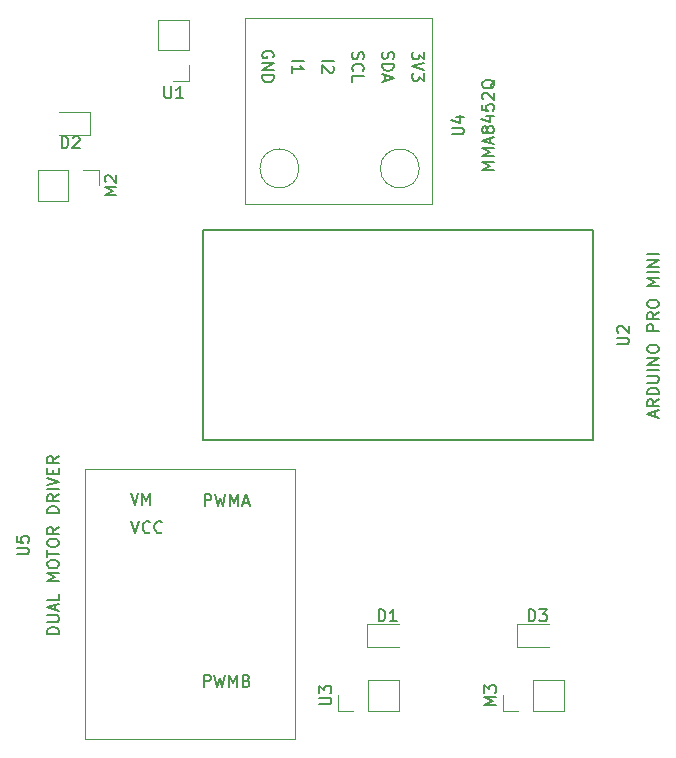
<source format=gbr>
%TF.GenerationSoftware,KiCad,Pcbnew,(6.0.1)*%
%TF.CreationDate,2022-05-11T20:09:52-07:00*%
%TF.ProjectId,BlackberryJam_pcb,426c6163-6b62-4657-9272-794a616d5f70,rev?*%
%TF.SameCoordinates,Original*%
%TF.FileFunction,Legend,Top*%
%TF.FilePolarity,Positive*%
%FSLAX46Y46*%
G04 Gerber Fmt 4.6, Leading zero omitted, Abs format (unit mm)*
G04 Created by KiCad (PCBNEW (6.0.1)) date 2022-05-11 20:09:52*
%MOMM*%
%LPD*%
G01*
G04 APERTURE LIST*
%ADD10C,0.150000*%
%ADD11C,0.120000*%
%ADD12C,0.127000*%
G04 APERTURE END LIST*
D10*
%TO.C,U1*%
X15748095Y-9402380D02*
X15748095Y-10211904D01*
X15795714Y-10307142D01*
X15843333Y-10354761D01*
X15938571Y-10402380D01*
X16129047Y-10402380D01*
X16224285Y-10354761D01*
X16271904Y-10307142D01*
X16319523Y-10211904D01*
X16319523Y-9402380D01*
X17319523Y-10402380D02*
X16748095Y-10402380D01*
X17033809Y-10402380D02*
X17033809Y-9402380D01*
X16938571Y-9545238D01*
X16843333Y-9640476D01*
X16748095Y-9688095D01*
%TO.C,U4*%
X40092380Y-13461904D02*
X40901904Y-13461904D01*
X40997142Y-13414285D01*
X41044761Y-13366666D01*
X41092380Y-13271428D01*
X41092380Y-13080952D01*
X41044761Y-12985714D01*
X40997142Y-12938095D01*
X40901904Y-12890476D01*
X40092380Y-12890476D01*
X40425714Y-11985714D02*
X41092380Y-11985714D01*
X40044761Y-12223809D02*
X40759047Y-12461904D01*
X40759047Y-11842857D01*
X43632380Y-16461904D02*
X42632380Y-16461904D01*
X43346666Y-16128571D01*
X42632380Y-15795238D01*
X43632380Y-15795238D01*
X43632380Y-15319047D02*
X42632380Y-15319047D01*
X43346666Y-14985714D01*
X42632380Y-14652380D01*
X43632380Y-14652380D01*
X43346666Y-14223809D02*
X43346666Y-13747619D01*
X43632380Y-14319047D02*
X42632380Y-13985714D01*
X43632380Y-13652380D01*
X43060952Y-13176190D02*
X43013333Y-13271428D01*
X42965714Y-13319047D01*
X42870476Y-13366666D01*
X42822857Y-13366666D01*
X42727619Y-13319047D01*
X42680000Y-13271428D01*
X42632380Y-13176190D01*
X42632380Y-12985714D01*
X42680000Y-12890476D01*
X42727619Y-12842857D01*
X42822857Y-12795238D01*
X42870476Y-12795238D01*
X42965714Y-12842857D01*
X43013333Y-12890476D01*
X43060952Y-12985714D01*
X43060952Y-13176190D01*
X43108571Y-13271428D01*
X43156190Y-13319047D01*
X43251428Y-13366666D01*
X43441904Y-13366666D01*
X43537142Y-13319047D01*
X43584761Y-13271428D01*
X43632380Y-13176190D01*
X43632380Y-12985714D01*
X43584761Y-12890476D01*
X43537142Y-12842857D01*
X43441904Y-12795238D01*
X43251428Y-12795238D01*
X43156190Y-12842857D01*
X43108571Y-12890476D01*
X43060952Y-12985714D01*
X42965714Y-11938095D02*
X43632380Y-11938095D01*
X42584761Y-12176190D02*
X43299047Y-12414285D01*
X43299047Y-11795238D01*
X42632380Y-10938095D02*
X42632380Y-11414285D01*
X43108571Y-11461904D01*
X43060952Y-11414285D01*
X43013333Y-11319047D01*
X43013333Y-11080952D01*
X43060952Y-10985714D01*
X43108571Y-10938095D01*
X43203809Y-10890476D01*
X43441904Y-10890476D01*
X43537142Y-10938095D01*
X43584761Y-10985714D01*
X43632380Y-11080952D01*
X43632380Y-11319047D01*
X43584761Y-11414285D01*
X43537142Y-11461904D01*
X42727619Y-10509523D02*
X42680000Y-10461904D01*
X42632380Y-10366666D01*
X42632380Y-10128571D01*
X42680000Y-10033333D01*
X42727619Y-9985714D01*
X42822857Y-9938095D01*
X42918095Y-9938095D01*
X43060952Y-9985714D01*
X43632380Y-10557142D01*
X43632380Y-9938095D01*
X43727619Y-8842857D02*
X43680000Y-8938095D01*
X43584761Y-9033333D01*
X43441904Y-9176190D01*
X43394285Y-9271428D01*
X43394285Y-9366666D01*
X43632380Y-9319047D02*
X43584761Y-9414285D01*
X43489523Y-9509523D01*
X43299047Y-9557142D01*
X42965714Y-9557142D01*
X42775238Y-9509523D01*
X42680000Y-9414285D01*
X42632380Y-9319047D01*
X42632380Y-9128571D01*
X42680000Y-9033333D01*
X42775238Y-8938095D01*
X42965714Y-8890476D01*
X43299047Y-8890476D01*
X43489523Y-8938095D01*
X43584761Y-9033333D01*
X43632380Y-9128571D01*
X43632380Y-9319047D01*
X29087619Y-7237809D02*
X30087619Y-7237809D01*
X29992380Y-7666380D02*
X30040000Y-7714000D01*
X30087619Y-7809238D01*
X30087619Y-8047333D01*
X30040000Y-8142571D01*
X29992380Y-8190190D01*
X29897142Y-8237809D01*
X29801904Y-8237809D01*
X29659047Y-8190190D01*
X29087619Y-7618761D01*
X29087619Y-8237809D01*
X37707619Y-6475904D02*
X37707619Y-7094952D01*
X37326666Y-6761619D01*
X37326666Y-6904476D01*
X37279047Y-6999714D01*
X37231428Y-7047333D01*
X37136190Y-7094952D01*
X36898095Y-7094952D01*
X36802857Y-7047333D01*
X36755238Y-6999714D01*
X36707619Y-6904476D01*
X36707619Y-6618761D01*
X36755238Y-6523523D01*
X36802857Y-6475904D01*
X37707619Y-7380666D02*
X36707619Y-7714000D01*
X37707619Y-8047333D01*
X37707619Y-8285428D02*
X37707619Y-8904476D01*
X37326666Y-8571142D01*
X37326666Y-8714000D01*
X37279047Y-8809238D01*
X37231428Y-8856857D01*
X37136190Y-8904476D01*
X36898095Y-8904476D01*
X36802857Y-8856857D01*
X36755238Y-8809238D01*
X36707619Y-8714000D01*
X36707619Y-8428285D01*
X36755238Y-8333047D01*
X36802857Y-8285428D01*
X31675238Y-6523523D02*
X31627619Y-6666380D01*
X31627619Y-6904476D01*
X31675238Y-6999714D01*
X31722857Y-7047333D01*
X31818095Y-7094952D01*
X31913333Y-7094952D01*
X32008571Y-7047333D01*
X32056190Y-6999714D01*
X32103809Y-6904476D01*
X32151428Y-6714000D01*
X32199047Y-6618761D01*
X32246666Y-6571142D01*
X32341904Y-6523523D01*
X32437142Y-6523523D01*
X32532380Y-6571142D01*
X32580000Y-6618761D01*
X32627619Y-6714000D01*
X32627619Y-6952095D01*
X32580000Y-7094952D01*
X31722857Y-8094952D02*
X31675238Y-8047333D01*
X31627619Y-7904476D01*
X31627619Y-7809238D01*
X31675238Y-7666380D01*
X31770476Y-7571142D01*
X31865714Y-7523523D01*
X32056190Y-7475904D01*
X32199047Y-7475904D01*
X32389523Y-7523523D01*
X32484761Y-7571142D01*
X32580000Y-7666380D01*
X32627619Y-7809238D01*
X32627619Y-7904476D01*
X32580000Y-8047333D01*
X32532380Y-8094952D01*
X31627619Y-8999714D02*
X31627619Y-8523523D01*
X32627619Y-8523523D01*
X24960000Y-6952095D02*
X25007619Y-6856857D01*
X25007619Y-6714000D01*
X24960000Y-6571142D01*
X24864761Y-6475904D01*
X24769523Y-6428285D01*
X24579047Y-6380666D01*
X24436190Y-6380666D01*
X24245714Y-6428285D01*
X24150476Y-6475904D01*
X24055238Y-6571142D01*
X24007619Y-6714000D01*
X24007619Y-6809238D01*
X24055238Y-6952095D01*
X24102857Y-6999714D01*
X24436190Y-6999714D01*
X24436190Y-6809238D01*
X24007619Y-7428285D02*
X25007619Y-7428285D01*
X24007619Y-7999714D01*
X25007619Y-7999714D01*
X24007619Y-8475904D02*
X25007619Y-8475904D01*
X25007619Y-8714000D01*
X24960000Y-8856857D01*
X24864761Y-8952095D01*
X24769523Y-8999714D01*
X24579047Y-9047333D01*
X24436190Y-9047333D01*
X24245714Y-8999714D01*
X24150476Y-8952095D01*
X24055238Y-8856857D01*
X24007619Y-8714000D01*
X24007619Y-8475904D01*
X26547619Y-7237809D02*
X27547619Y-7237809D01*
X26547619Y-8237809D02*
X26547619Y-7666380D01*
X26547619Y-7952095D02*
X27547619Y-7952095D01*
X27404761Y-7856857D01*
X27309523Y-7761619D01*
X27261904Y-7666380D01*
X34215238Y-6499714D02*
X34167619Y-6642571D01*
X34167619Y-6880666D01*
X34215238Y-6975904D01*
X34262857Y-7023523D01*
X34358095Y-7071142D01*
X34453333Y-7071142D01*
X34548571Y-7023523D01*
X34596190Y-6975904D01*
X34643809Y-6880666D01*
X34691428Y-6690190D01*
X34739047Y-6594952D01*
X34786666Y-6547333D01*
X34881904Y-6499714D01*
X34977142Y-6499714D01*
X35072380Y-6547333D01*
X35120000Y-6594952D01*
X35167619Y-6690190D01*
X35167619Y-6928285D01*
X35120000Y-7071142D01*
X34167619Y-7499714D02*
X35167619Y-7499714D01*
X35167619Y-7737809D01*
X35120000Y-7880666D01*
X35024761Y-7975904D01*
X34929523Y-8023523D01*
X34739047Y-8071142D01*
X34596190Y-8071142D01*
X34405714Y-8023523D01*
X34310476Y-7975904D01*
X34215238Y-7880666D01*
X34167619Y-7737809D01*
X34167619Y-7499714D01*
X34453333Y-8452095D02*
X34453333Y-8928285D01*
X34167619Y-8356857D02*
X35167619Y-8690190D01*
X34167619Y-9023523D01*
%TO.C,U5*%
X3262380Y-49021904D02*
X4071904Y-49021904D01*
X4167142Y-48974285D01*
X4214761Y-48926666D01*
X4262380Y-48831428D01*
X4262380Y-48640952D01*
X4214761Y-48545714D01*
X4167142Y-48498095D01*
X4071904Y-48450476D01*
X3262380Y-48450476D01*
X3262380Y-47498095D02*
X3262380Y-47974285D01*
X3738571Y-48021904D01*
X3690952Y-47974285D01*
X3643333Y-47879047D01*
X3643333Y-47640952D01*
X3690952Y-47545714D01*
X3738571Y-47498095D01*
X3833809Y-47450476D01*
X4071904Y-47450476D01*
X4167142Y-47498095D01*
X4214761Y-47545714D01*
X4262380Y-47640952D01*
X4262380Y-47879047D01*
X4214761Y-47974285D01*
X4167142Y-48021904D01*
X6802380Y-55760000D02*
X5802380Y-55760000D01*
X5802380Y-55521904D01*
X5850000Y-55379047D01*
X5945238Y-55283809D01*
X6040476Y-55236190D01*
X6230952Y-55188571D01*
X6373809Y-55188571D01*
X6564285Y-55236190D01*
X6659523Y-55283809D01*
X6754761Y-55379047D01*
X6802380Y-55521904D01*
X6802380Y-55760000D01*
X5802380Y-54760000D02*
X6611904Y-54760000D01*
X6707142Y-54712380D01*
X6754761Y-54664761D01*
X6802380Y-54569523D01*
X6802380Y-54379047D01*
X6754761Y-54283809D01*
X6707142Y-54236190D01*
X6611904Y-54188571D01*
X5802380Y-54188571D01*
X6516666Y-53760000D02*
X6516666Y-53283809D01*
X6802380Y-53855238D02*
X5802380Y-53521904D01*
X6802380Y-53188571D01*
X6802380Y-52379047D02*
X6802380Y-52855238D01*
X5802380Y-52855238D01*
X6802380Y-51283809D02*
X5802380Y-51283809D01*
X6516666Y-50950476D01*
X5802380Y-50617142D01*
X6802380Y-50617142D01*
X5802380Y-49950476D02*
X5802380Y-49760000D01*
X5850000Y-49664761D01*
X5945238Y-49569523D01*
X6135714Y-49521904D01*
X6469047Y-49521904D01*
X6659523Y-49569523D01*
X6754761Y-49664761D01*
X6802380Y-49760000D01*
X6802380Y-49950476D01*
X6754761Y-50045714D01*
X6659523Y-50140952D01*
X6469047Y-50188571D01*
X6135714Y-50188571D01*
X5945238Y-50140952D01*
X5850000Y-50045714D01*
X5802380Y-49950476D01*
X5802380Y-49236190D02*
X5802380Y-48664761D01*
X6802380Y-48950476D02*
X5802380Y-48950476D01*
X5802380Y-48140952D02*
X5802380Y-47950476D01*
X5850000Y-47855238D01*
X5945238Y-47760000D01*
X6135714Y-47712380D01*
X6469047Y-47712380D01*
X6659523Y-47760000D01*
X6754761Y-47855238D01*
X6802380Y-47950476D01*
X6802380Y-48140952D01*
X6754761Y-48236190D01*
X6659523Y-48331428D01*
X6469047Y-48379047D01*
X6135714Y-48379047D01*
X5945238Y-48331428D01*
X5850000Y-48236190D01*
X5802380Y-48140952D01*
X6802380Y-46712380D02*
X6326190Y-47045714D01*
X6802380Y-47283809D02*
X5802380Y-47283809D01*
X5802380Y-46902857D01*
X5850000Y-46807619D01*
X5897619Y-46760000D01*
X5992857Y-46712380D01*
X6135714Y-46712380D01*
X6230952Y-46760000D01*
X6278571Y-46807619D01*
X6326190Y-46902857D01*
X6326190Y-47283809D01*
X6802380Y-45521904D02*
X5802380Y-45521904D01*
X5802380Y-45283809D01*
X5850000Y-45140952D01*
X5945238Y-45045714D01*
X6040476Y-44998095D01*
X6230952Y-44950476D01*
X6373809Y-44950476D01*
X6564285Y-44998095D01*
X6659523Y-45045714D01*
X6754761Y-45140952D01*
X6802380Y-45283809D01*
X6802380Y-45521904D01*
X6802380Y-43950476D02*
X6326190Y-44283809D01*
X6802380Y-44521904D02*
X5802380Y-44521904D01*
X5802380Y-44140952D01*
X5850000Y-44045714D01*
X5897619Y-43998095D01*
X5992857Y-43950476D01*
X6135714Y-43950476D01*
X6230952Y-43998095D01*
X6278571Y-44045714D01*
X6326190Y-44140952D01*
X6326190Y-44521904D01*
X6802380Y-43521904D02*
X5802380Y-43521904D01*
X5802380Y-43188571D02*
X6802380Y-42855238D01*
X5802380Y-42521904D01*
X6278571Y-42188571D02*
X6278571Y-41855238D01*
X6802380Y-41712380D02*
X6802380Y-42188571D01*
X5802380Y-42188571D01*
X5802380Y-41712380D01*
X6802380Y-40712380D02*
X6326190Y-41045714D01*
X6802380Y-41283809D02*
X5802380Y-41283809D01*
X5802380Y-40902857D01*
X5850000Y-40807619D01*
X5897619Y-40760000D01*
X5992857Y-40712380D01*
X6135714Y-40712380D01*
X6230952Y-40760000D01*
X6278571Y-40807619D01*
X6326190Y-40902857D01*
X6326190Y-41283809D01*
X12880238Y-43827380D02*
X13213571Y-44827380D01*
X13546904Y-43827380D01*
X13880238Y-44827380D02*
X13880238Y-43827380D01*
X14213571Y-44541666D01*
X14546904Y-43827380D01*
X14546904Y-44827380D01*
X19151666Y-44927380D02*
X19151666Y-43927380D01*
X19532619Y-43927380D01*
X19627857Y-43975000D01*
X19675476Y-44022619D01*
X19723095Y-44117857D01*
X19723095Y-44260714D01*
X19675476Y-44355952D01*
X19627857Y-44403571D01*
X19532619Y-44451190D01*
X19151666Y-44451190D01*
X20056428Y-43927380D02*
X20294523Y-44927380D01*
X20485000Y-44213095D01*
X20675476Y-44927380D01*
X20913571Y-43927380D01*
X21294523Y-44927380D02*
X21294523Y-43927380D01*
X21627857Y-44641666D01*
X21961190Y-43927380D01*
X21961190Y-44927380D01*
X22389761Y-44641666D02*
X22865952Y-44641666D01*
X22294523Y-44927380D02*
X22627857Y-43927380D01*
X22961190Y-44927380D01*
X19080238Y-60227380D02*
X19080238Y-59227380D01*
X19461190Y-59227380D01*
X19556428Y-59275000D01*
X19604047Y-59322619D01*
X19651666Y-59417857D01*
X19651666Y-59560714D01*
X19604047Y-59655952D01*
X19556428Y-59703571D01*
X19461190Y-59751190D01*
X19080238Y-59751190D01*
X19985000Y-59227380D02*
X20223095Y-60227380D01*
X20413571Y-59513095D01*
X20604047Y-60227380D01*
X20842142Y-59227380D01*
X21223095Y-60227380D02*
X21223095Y-59227380D01*
X21556428Y-59941666D01*
X21889761Y-59227380D01*
X21889761Y-60227380D01*
X22699285Y-59703571D02*
X22842142Y-59751190D01*
X22889761Y-59798809D01*
X22937380Y-59894047D01*
X22937380Y-60036904D01*
X22889761Y-60132142D01*
X22842142Y-60179761D01*
X22746904Y-60227380D01*
X22365952Y-60227380D01*
X22365952Y-59227380D01*
X22699285Y-59227380D01*
X22794523Y-59275000D01*
X22842142Y-59322619D01*
X22889761Y-59417857D01*
X22889761Y-59513095D01*
X22842142Y-59608333D01*
X22794523Y-59655952D01*
X22699285Y-59703571D01*
X22365952Y-59703571D01*
X12951666Y-46227380D02*
X13285000Y-47227380D01*
X13618333Y-46227380D01*
X14523095Y-47132142D02*
X14475476Y-47179761D01*
X14332619Y-47227380D01*
X14237380Y-47227380D01*
X14094523Y-47179761D01*
X13999285Y-47084523D01*
X13951666Y-46989285D01*
X13904047Y-46798809D01*
X13904047Y-46655952D01*
X13951666Y-46465476D01*
X13999285Y-46370238D01*
X14094523Y-46275000D01*
X14237380Y-46227380D01*
X14332619Y-46227380D01*
X14475476Y-46275000D01*
X14523095Y-46322619D01*
X15523095Y-47132142D02*
X15475476Y-47179761D01*
X15332619Y-47227380D01*
X15237380Y-47227380D01*
X15094523Y-47179761D01*
X14999285Y-47084523D01*
X14951666Y-46989285D01*
X14904047Y-46798809D01*
X14904047Y-46655952D01*
X14951666Y-46465476D01*
X14999285Y-46370238D01*
X15094523Y-46275000D01*
X15237380Y-46227380D01*
X15332619Y-46227380D01*
X15475476Y-46275000D01*
X15523095Y-46322619D01*
%TO.C,U2*%
X54062380Y-31241904D02*
X54871904Y-31241904D01*
X54967142Y-31194285D01*
X55014761Y-31146666D01*
X55062380Y-31051428D01*
X55062380Y-30860952D01*
X55014761Y-30765714D01*
X54967142Y-30718095D01*
X54871904Y-30670476D01*
X54062380Y-30670476D01*
X54157619Y-30241904D02*
X54110000Y-30194285D01*
X54062380Y-30099047D01*
X54062380Y-29860952D01*
X54110000Y-29765714D01*
X54157619Y-29718095D01*
X54252857Y-29670476D01*
X54348095Y-29670476D01*
X54490952Y-29718095D01*
X55062380Y-30289523D01*
X55062380Y-29670476D01*
X57316666Y-37384761D02*
X57316666Y-36908571D01*
X57602380Y-37480000D02*
X56602380Y-37146666D01*
X57602380Y-36813333D01*
X57602380Y-35908571D02*
X57126190Y-36241904D01*
X57602380Y-36480000D02*
X56602380Y-36480000D01*
X56602380Y-36099047D01*
X56650000Y-36003809D01*
X56697619Y-35956190D01*
X56792857Y-35908571D01*
X56935714Y-35908571D01*
X57030952Y-35956190D01*
X57078571Y-36003809D01*
X57126190Y-36099047D01*
X57126190Y-36480000D01*
X57602380Y-35480000D02*
X56602380Y-35480000D01*
X56602380Y-35241904D01*
X56650000Y-35099047D01*
X56745238Y-35003809D01*
X56840476Y-34956190D01*
X57030952Y-34908571D01*
X57173809Y-34908571D01*
X57364285Y-34956190D01*
X57459523Y-35003809D01*
X57554761Y-35099047D01*
X57602380Y-35241904D01*
X57602380Y-35480000D01*
X56602380Y-34480000D02*
X57411904Y-34480000D01*
X57507142Y-34432380D01*
X57554761Y-34384761D01*
X57602380Y-34289523D01*
X57602380Y-34099047D01*
X57554761Y-34003809D01*
X57507142Y-33956190D01*
X57411904Y-33908571D01*
X56602380Y-33908571D01*
X57602380Y-33432380D02*
X56602380Y-33432380D01*
X57602380Y-32956190D02*
X56602380Y-32956190D01*
X57602380Y-32384761D01*
X56602380Y-32384761D01*
X56602380Y-31718095D02*
X56602380Y-31527619D01*
X56650000Y-31432380D01*
X56745238Y-31337142D01*
X56935714Y-31289523D01*
X57269047Y-31289523D01*
X57459523Y-31337142D01*
X57554761Y-31432380D01*
X57602380Y-31527619D01*
X57602380Y-31718095D01*
X57554761Y-31813333D01*
X57459523Y-31908571D01*
X57269047Y-31956190D01*
X56935714Y-31956190D01*
X56745238Y-31908571D01*
X56650000Y-31813333D01*
X56602380Y-31718095D01*
X57602380Y-30099047D02*
X56602380Y-30099047D01*
X56602380Y-29718095D01*
X56650000Y-29622857D01*
X56697619Y-29575238D01*
X56792857Y-29527619D01*
X56935714Y-29527619D01*
X57030952Y-29575238D01*
X57078571Y-29622857D01*
X57126190Y-29718095D01*
X57126190Y-30099047D01*
X57602380Y-28527619D02*
X57126190Y-28860952D01*
X57602380Y-29099047D02*
X56602380Y-29099047D01*
X56602380Y-28718095D01*
X56650000Y-28622857D01*
X56697619Y-28575238D01*
X56792857Y-28527619D01*
X56935714Y-28527619D01*
X57030952Y-28575238D01*
X57078571Y-28622857D01*
X57126190Y-28718095D01*
X57126190Y-29099047D01*
X56602380Y-27908571D02*
X56602380Y-27718095D01*
X56650000Y-27622857D01*
X56745238Y-27527619D01*
X56935714Y-27480000D01*
X57269047Y-27480000D01*
X57459523Y-27527619D01*
X57554761Y-27622857D01*
X57602380Y-27718095D01*
X57602380Y-27908571D01*
X57554761Y-28003809D01*
X57459523Y-28099047D01*
X57269047Y-28146666D01*
X56935714Y-28146666D01*
X56745238Y-28099047D01*
X56650000Y-28003809D01*
X56602380Y-27908571D01*
X57602380Y-26289523D02*
X56602380Y-26289523D01*
X57316666Y-25956190D01*
X56602380Y-25622857D01*
X57602380Y-25622857D01*
X57602380Y-25146666D02*
X56602380Y-25146666D01*
X57602380Y-24670476D02*
X56602380Y-24670476D01*
X57602380Y-24099047D01*
X56602380Y-24099047D01*
X57602380Y-23622857D02*
X56602380Y-23622857D01*
%TO.C,U3*%
X28872380Y-61721904D02*
X29681904Y-61721904D01*
X29777142Y-61674285D01*
X29824761Y-61626666D01*
X29872380Y-61531428D01*
X29872380Y-61340952D01*
X29824761Y-61245714D01*
X29777142Y-61198095D01*
X29681904Y-61150476D01*
X28872380Y-61150476D01*
X28872380Y-60769523D02*
X28872380Y-60150476D01*
X29253333Y-60483809D01*
X29253333Y-60340952D01*
X29300952Y-60245714D01*
X29348571Y-60198095D01*
X29443809Y-60150476D01*
X29681904Y-60150476D01*
X29777142Y-60198095D01*
X29824761Y-60245714D01*
X29872380Y-60340952D01*
X29872380Y-60626666D01*
X29824761Y-60721904D01*
X29777142Y-60769523D01*
%TO.C,D2*%
X7048154Y-14636130D02*
X7048154Y-13636130D01*
X7286250Y-13636130D01*
X7429107Y-13683750D01*
X7524345Y-13778988D01*
X7571964Y-13874226D01*
X7619583Y-14064702D01*
X7619583Y-14207559D01*
X7571964Y-14398035D01*
X7524345Y-14493273D01*
X7429107Y-14588511D01*
X7286250Y-14636130D01*
X7048154Y-14636130D01*
X8000535Y-13731369D02*
X8048154Y-13683750D01*
X8143392Y-13636130D01*
X8381488Y-13636130D01*
X8476726Y-13683750D01*
X8524345Y-13731369D01*
X8571964Y-13826607D01*
X8571964Y-13921845D01*
X8524345Y-14064702D01*
X7952916Y-14636130D01*
X8571964Y-14636130D01*
%TO.C,M2*%
X11672380Y-18589523D02*
X10672380Y-18589523D01*
X11386666Y-18256190D01*
X10672380Y-17922857D01*
X11672380Y-17922857D01*
X10767619Y-17494285D02*
X10720000Y-17446666D01*
X10672380Y-17351428D01*
X10672380Y-17113333D01*
X10720000Y-17018095D01*
X10767619Y-16970476D01*
X10862857Y-16922857D01*
X10958095Y-16922857D01*
X11100952Y-16970476D01*
X11672380Y-17541904D01*
X11672380Y-16922857D01*
%TO.C,D3*%
X46584404Y-54682380D02*
X46584404Y-53682380D01*
X46822500Y-53682380D01*
X46965357Y-53730000D01*
X47060595Y-53825238D01*
X47108214Y-53920476D01*
X47155833Y-54110952D01*
X47155833Y-54253809D01*
X47108214Y-54444285D01*
X47060595Y-54539523D01*
X46965357Y-54634761D01*
X46822500Y-54682380D01*
X46584404Y-54682380D01*
X47489166Y-53682380D02*
X48108214Y-53682380D01*
X47774880Y-54063333D01*
X47917738Y-54063333D01*
X48012976Y-54110952D01*
X48060595Y-54158571D01*
X48108214Y-54253809D01*
X48108214Y-54491904D01*
X48060595Y-54587142D01*
X48012976Y-54634761D01*
X47917738Y-54682380D01*
X47632023Y-54682380D01*
X47536785Y-54634761D01*
X47489166Y-54587142D01*
%TO.C,D1*%
X33884404Y-54682380D02*
X33884404Y-53682380D01*
X34122500Y-53682380D01*
X34265357Y-53730000D01*
X34360595Y-53825238D01*
X34408214Y-53920476D01*
X34455833Y-54110952D01*
X34455833Y-54253809D01*
X34408214Y-54444285D01*
X34360595Y-54539523D01*
X34265357Y-54634761D01*
X34122500Y-54682380D01*
X33884404Y-54682380D01*
X35408214Y-54682380D02*
X34836785Y-54682380D01*
X35122500Y-54682380D02*
X35122500Y-53682380D01*
X35027261Y-53825238D01*
X34932023Y-53920476D01*
X34836785Y-53968095D01*
%TO.C,M3*%
X43842380Y-61769523D02*
X42842380Y-61769523D01*
X43556666Y-61436190D01*
X42842380Y-61102857D01*
X43842380Y-61102857D01*
X42842380Y-60721904D02*
X42842380Y-60102857D01*
X43223333Y-60436190D01*
X43223333Y-60293333D01*
X43270952Y-60198095D01*
X43318571Y-60150476D01*
X43413809Y-60102857D01*
X43651904Y-60102857D01*
X43747142Y-60150476D01*
X43794761Y-60198095D01*
X43842380Y-60293333D01*
X43842380Y-60579047D01*
X43794761Y-60674285D01*
X43747142Y-60721904D01*
D11*
%TO.C,U1*%
X17840000Y-3750000D02*
X15180000Y-3750000D01*
X17840000Y-6350000D02*
X15180000Y-6350000D01*
X17840000Y-7620000D02*
X17840000Y-8950000D01*
X17840000Y-6350000D02*
X17840000Y-3750000D01*
X15180000Y-6350000D02*
X15180000Y-3750000D01*
X17840000Y-8950000D02*
X16510000Y-8950000D01*
%TO.C,U4*%
X38430000Y-3650000D02*
X22530000Y-3650000D01*
X22530000Y-3650000D02*
X22530000Y-19400000D01*
X22530000Y-19400000D02*
X38430000Y-19400000D01*
X38430000Y-19400000D02*
X38430000Y-3650000D01*
X37330000Y-16350000D02*
G75*
G03*
X37330000Y-16350000I-1650000J0D01*
G01*
X27130000Y-16350000D02*
G75*
G03*
X27130000Y-16350000I-1650000J0D01*
G01*
%TO.C,U5*%
X26765000Y-64675000D02*
X8985000Y-64675000D01*
X8985000Y-64675000D02*
X8985000Y-41815000D01*
X8985000Y-41815000D02*
X26765000Y-41815000D01*
X26765000Y-41815000D02*
X26765000Y-64675000D01*
D12*
%TO.C,U2*%
X19050000Y-39370000D02*
X52070000Y-39370000D01*
X52070000Y-39370000D02*
X52070000Y-21590000D01*
X19050000Y-21590000D02*
X19050000Y-39370000D01*
X52070000Y-21590000D02*
X19050000Y-21590000D01*
D11*
%TO.C,U3*%
X33020000Y-62290000D02*
X33020000Y-59630000D01*
X33020000Y-59630000D02*
X35620000Y-59630000D01*
X31750000Y-62290000D02*
X30420000Y-62290000D01*
X30420000Y-62290000D02*
X30420000Y-60960000D01*
X33020000Y-62290000D02*
X35620000Y-62290000D01*
X35620000Y-62290000D02*
X35620000Y-59630000D01*
%TO.C,D2*%
X6786250Y-13493750D02*
X9471250Y-13493750D01*
X9471250Y-13493750D02*
X9471250Y-11573750D01*
X9471250Y-11573750D02*
X6786250Y-11573750D01*
%TO.C,M2*%
X10220000Y-16450000D02*
X10220000Y-17780000D01*
X7620000Y-16450000D02*
X7620000Y-19110000D01*
X7620000Y-16450000D02*
X5020000Y-16450000D01*
X8890000Y-16450000D02*
X10220000Y-16450000D01*
X5020000Y-16450000D02*
X5020000Y-19110000D01*
X7620000Y-19110000D02*
X5020000Y-19110000D01*
%TO.C,D3*%
X45637500Y-56840000D02*
X48322500Y-56840000D01*
X45637500Y-54920000D02*
X45637500Y-56840000D01*
X48322500Y-54920000D02*
X45637500Y-54920000D01*
%TO.C,D1*%
X32937500Y-54920000D02*
X32937500Y-56840000D01*
X32937500Y-56840000D02*
X35622500Y-56840000D01*
X35622500Y-54920000D02*
X32937500Y-54920000D01*
%TO.C,M3*%
X45720000Y-62290000D02*
X44390000Y-62290000D01*
X46990000Y-62290000D02*
X46990000Y-59630000D01*
X44390000Y-62290000D02*
X44390000Y-60960000D01*
X49590000Y-62290000D02*
X49590000Y-59630000D01*
X46990000Y-59630000D02*
X49590000Y-59630000D01*
X46990000Y-62290000D02*
X49590000Y-62290000D01*
%TD*%
M02*

</source>
